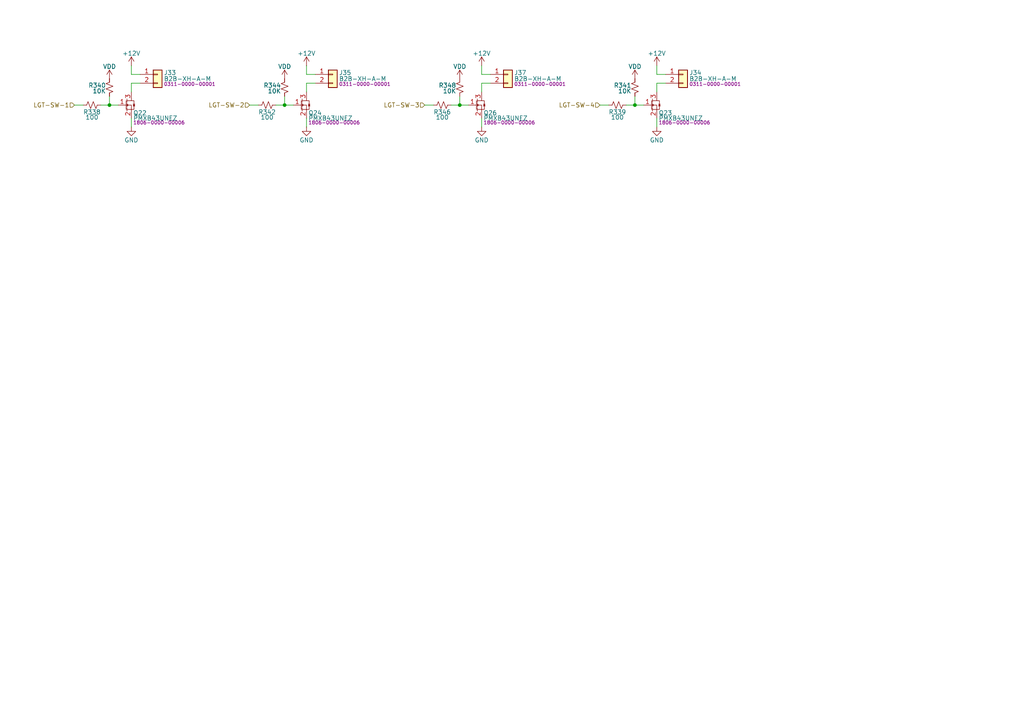
<source format=kicad_sch>
(kicad_sch
	(version 20250114)
	(generator "eeschema")
	(generator_version "9.0")
	(uuid "10fc500d-61bb-402a-9b5f-b0223ba45840")
	(paper "A4")
	(title_block
		(title "Benchy Motherboard AM625 - Lighting Switched Channels")
		(rev "REV1")
		(company "Daxxn Industries")
		(comment 4 "Small net labels (≤0.65) are for clarity and do not connect to other nets.")
	)
	(lib_symbols
		(symbol "DX_Connector_JST:B2B-XH-A-M"
			(pin_names
				(offset 1.016)
				(hide yes)
			)
			(exclude_from_sim no)
			(in_bom yes)
			(on_board yes)
			(property "Reference" "J"
				(at 1.778 0.508 0)
				(effects
					(font
						(size 1.27 1.27)
					)
					(justify left)
				)
			)
			(property "Value" "B2B-XH-A-M"
				(at 1.778 -1.27 0)
				(effects
					(font
						(size 1.27 1.27)
					)
					(justify left)
				)
			)
			(property "Footprint" "Daxxn_Connectors_JST:B2B-XH-A"
				(at 0 5.588 0)
				(effects
					(font
						(size 1.27 1.27)
					)
					(hide yes)
				)
			)
			(property "Datasheet" "${DATASHEETS}/eXH.pdf"
				(at 0 2.54 0)
				(effects
					(font
						(size 1.27 1.27)
					)
					(hide yes)
				)
			)
			(property "Description" "CONN HEADER VERT 2POS 2.5MM"
				(at 0 4.064 0)
				(effects
					(font
						(size 1.27 1.27)
					)
					(hide yes)
				)
			)
			(property "PartNumber" "0311-0000-00001"
				(at 1.778 -2.794 0)
				(effects
					(font
						(size 1 1)
					)
					(justify left)
				)
			)
			(property "ki_keywords" "connector jst xh 2pin"
				(at 0 0 0)
				(effects
					(font
						(size 1.27 1.27)
					)
					(hide yes)
				)
			)
			(property "ki_fp_filters" "Connector*:*_1x??_*"
				(at 0 0 0)
				(effects
					(font
						(size 1.27 1.27)
					)
					(hide yes)
				)
			)
			(symbol "B2B-XH-A-M_1_1"
				(rectangle
					(start -1.27 1.27)
					(end 1.27 -3.81)
					(stroke
						(width 0.254)
						(type default)
					)
					(fill
						(type background)
					)
				)
				(rectangle
					(start -1.27 0.127)
					(end 0 -0.127)
					(stroke
						(width 0.1524)
						(type default)
					)
					(fill
						(type none)
					)
				)
				(rectangle
					(start -1.27 -2.413)
					(end 0 -2.667)
					(stroke
						(width 0.1524)
						(type default)
					)
					(fill
						(type none)
					)
				)
				(pin passive line
					(at -5.08 0 0)
					(length 3.81)
					(name "Pin_1"
						(effects
							(font
								(size 1.27 1.27)
							)
						)
					)
					(number "1"
						(effects
							(font
								(size 1.27 1.27)
							)
						)
					)
				)
				(pin passive line
					(at -5.08 -2.54 0)
					(length 3.81)
					(name "Pin_2"
						(effects
							(font
								(size 1.27 1.27)
							)
						)
					)
					(number "2"
						(effects
							(font
								(size 1.27 1.27)
							)
						)
					)
				)
			)
			(embedded_fonts no)
		)
		(symbol "DX_Resistor:RC0402JR-07100RL"
			(pin_numbers
				(hide yes)
			)
			(pin_names
				(offset 0.254)
				(hide yes)
			)
			(exclude_from_sim no)
			(in_bom yes)
			(on_board yes)
			(property "Reference" "R"
				(at 1.016 0.635 0)
				(effects
					(font
						(size 1.27 1.27)
					)
					(justify left)
				)
			)
			(property "Value" "100"
				(at 1.016 -1.016 0)
				(effects
					(font
						(size 1.27 1.27)
					)
					(justify left)
				)
			)
			(property "Footprint" "Daxxn_Standard_Resistors:RES_0402"
				(at 0 5.334 0)
				(effects
					(font
						(size 1.27 1.27)
					)
					(hide yes)
				)
			)
			(property "Datasheet" "${DATASHEETS}/RC-Series.pdf"
				(at 0 6.35 0)
				(effects
					(font
						(size 1.27 1.27)
					)
					(hide yes)
				)
			)
			(property "Description" "RES 100 OHM 5% 1/16W 0402"
				(at 0 3.81 0)
				(effects
					(font
						(size 1.27 1.27)
					)
					(hide yes)
				)
			)
			(property "PartNumber" "0204-0000-00011"
				(at 0 7.874 0)
				(effects
					(font
						(size 1.27 1.27)
					)
					(hide yes)
				)
			)
			(property "ki_keywords" "r resistor daxxn"
				(at 0 0 0)
				(effects
					(font
						(size 1.27 1.27)
					)
					(hide yes)
				)
			)
			(property "ki_fp_filters" "R_*"
				(at 0 0 0)
				(effects
					(font
						(size 1.27 1.27)
					)
					(hide yes)
				)
			)
			(symbol "RC0402JR-07100RL_1_1"
				(polyline
					(pts
						(xy 0 1.524) (xy 1.016 1.143) (xy 0 0.762) (xy -1.016 0.381) (xy 0 0)
					)
					(stroke
						(width 0)
						(type default)
					)
					(fill
						(type none)
					)
				)
				(polyline
					(pts
						(xy 0 0) (xy 1.016 -0.381) (xy 0 -0.762) (xy -1.016 -1.143) (xy 0 -1.524)
					)
					(stroke
						(width 0)
						(type default)
					)
					(fill
						(type none)
					)
				)
				(pin passive line
					(at 0 2.54 270)
					(length 1.016)
					(name "~"
						(effects
							(font
								(size 1.27 1.27)
							)
						)
					)
					(number "1"
						(effects
							(font
								(size 1.27 1.27)
							)
						)
					)
				)
				(pin passive line
					(at 0 -2.54 90)
					(length 1.016)
					(name "~"
						(effects
							(font
								(size 1.27 1.27)
							)
						)
					)
					(number "2"
						(effects
							(font
								(size 1.27 1.27)
							)
						)
					)
				)
			)
			(embedded_fonts no)
		)
		(symbol "DX_Resistor:RC0402JR-0710KL"
			(pin_numbers
				(hide yes)
			)
			(pin_names
				(offset 0.254)
				(hide yes)
			)
			(exclude_from_sim no)
			(in_bom yes)
			(on_board yes)
			(property "Reference" "R"
				(at 1.016 0.635 0)
				(effects
					(font
						(size 1.27 1.27)
					)
					(justify left)
				)
			)
			(property "Value" "10K"
				(at 1.016 -1.016 0)
				(effects
					(font
						(size 1.27 1.27)
					)
					(justify left)
				)
			)
			(property "Footprint" "Daxxn_Standard_Resistors:RES_0402"
				(at 0 5.334 0)
				(effects
					(font
						(size 1.27 1.27)
					)
					(hide yes)
				)
			)
			(property "Datasheet" "${DATASHEETS}/RC-Series.pdf"
				(at 0 6.35 0)
				(effects
					(font
						(size 1.27 1.27)
					)
					(hide yes)
				)
			)
			(property "Description" "RES 10K OHM 5% 1/16W 0402"
				(at 0 3.81 0)
				(effects
					(font
						(size 1.27 1.27)
					)
					(hide yes)
				)
			)
			(property "PartNumber" "0204-0000-00016"
				(at 0 8.128 0)
				(effects
					(font
						(size 1.27 1.27)
					)
					(hide yes)
				)
			)
			(property "ki_keywords" "r resistor daxxn"
				(at 0 0 0)
				(effects
					(font
						(size 1.27 1.27)
					)
					(hide yes)
				)
			)
			(property "ki_fp_filters" "R_*"
				(at 0 0 0)
				(effects
					(font
						(size 1.27 1.27)
					)
					(hide yes)
				)
			)
			(symbol "RC0402JR-0710KL_1_1"
				(polyline
					(pts
						(xy 0 1.524) (xy 1.016 1.143) (xy 0 0.762) (xy -1.016 0.381) (xy 0 0)
					)
					(stroke
						(width 0)
						(type default)
					)
					(fill
						(type none)
					)
				)
				(polyline
					(pts
						(xy 0 0) (xy 1.016 -0.381) (xy 0 -0.762) (xy -1.016 -1.143) (xy 0 -1.524)
					)
					(stroke
						(width 0)
						(type default)
					)
					(fill
						(type none)
					)
				)
				(pin passive line
					(at 0 2.54 270)
					(length 1.016)
					(name "~"
						(effects
							(font
								(size 1.27 1.27)
							)
						)
					)
					(number "1"
						(effects
							(font
								(size 1.27 1.27)
							)
						)
					)
				)
				(pin passive line
					(at 0 -2.54 90)
					(length 1.016)
					(name "~"
						(effects
							(font
								(size 1.27 1.27)
							)
						)
					)
					(number "2"
						(effects
							(font
								(size 1.27 1.27)
							)
						)
					)
				)
			)
			(embedded_fonts no)
		)
		(symbol "DX_Transistor_MOSFET:PMXB43UNEZ"
			(exclude_from_sim no)
			(in_bom yes)
			(on_board yes)
			(property "Reference" "Q"
				(at 2.794 1.778 0)
				(effects
					(font
						(size 1.27 1.27)
					)
					(justify left)
				)
			)
			(property "Value" "PMXB43UNEZ"
				(at 2.794 0 0)
				(effects
					(font
						(size 1.27 1.27)
					)
					(justify left)
				)
			)
			(property "Footprint" "Daxxn_Packages:DFN1010D-3"
				(at 1.27 8.382 0)
				(effects
					(font
						(size 1.27 1.27)
					)
					(hide yes)
				)
			)
			(property "Datasheet" "%LOCAL_DATASHEETS%/PMXB43UNE.pdf"
				(at 1.27 5.842 0)
				(effects
					(font
						(size 1.27 1.27)
					)
					(hide yes)
				)
			)
			(property "Description" "N-Channel 20 V 3.2A (Ta) 400mW (Ta), 8.33W (Tc) Surface Mount DFN1010D-3"
				(at 0 7.112 0)
				(effects
					(font
						(size 1.27 1.27)
					)
					(hide yes)
				)
			)
			(property "PartNumber" "1806-0000-00006"
				(at 2.794 -1.524 0)
				(effects
					(font
						(size 1 1)
					)
					(justify left)
				)
			)
			(property "ki_keywords" "n-ch mosfet fet"
				(at 0 0 0)
				(effects
					(font
						(size 1.27 1.27)
					)
					(hide yes)
				)
			)
			(symbol "PMXB43UNEZ_0_0"
				(pin input line
					(at -2.54 0 0)
					(length 2.25)
					(name "G"
						(effects
							(font
								(size 0 0)
							)
						)
					)
					(number "1"
						(effects
							(font
								(size 1.27 1.27)
							)
						)
					)
				)
				(pin bidirectional line
					(at 1.27 3.81 270)
					(length 2.54)
					(name "D"
						(effects
							(font
								(size 0 0)
							)
						)
					)
					(number "3"
						(effects
							(font
								(size 1.27 1.27)
							)
						)
					)
				)
				(pin bidirectional line
					(at 1.27 -3.81 90)
					(length 2.54)
					(name "S"
						(effects
							(font
								(size 0 0)
							)
						)
					)
					(number "2"
						(effects
							(font
								(size 1.27 1.27)
							)
						)
					)
				)
			)
			(symbol "PMXB43UNEZ_0_1"
				(polyline
					(pts
						(xy -0.254 -1.27) (xy -0.254 1.27)
					)
					(stroke
						(width 0)
						(type default)
					)
					(fill
						(type none)
					)
				)
				(polyline
					(pts
						(xy 0 1.778) (xy 0 0.762)
					)
					(stroke
						(width 0)
						(type default)
					)
					(fill
						(type none)
					)
				)
				(polyline
					(pts
						(xy 0 1.27) (xy 1.27 1.27) (xy 1.27 1.27)
					)
					(stroke
						(width 0)
						(type default)
					)
					(fill
						(type none)
					)
				)
				(polyline
					(pts
						(xy 0 0) (xy 0.254 0.254) (xy 0.254 -0.254) (xy 0 0)
					)
					(stroke
						(width 0)
						(type default)
					)
					(fill
						(type none)
					)
				)
				(polyline
					(pts
						(xy 0 -0.508) (xy 0 0.508)
					)
					(stroke
						(width 0)
						(type default)
					)
					(fill
						(type none)
					)
				)
				(polyline
					(pts
						(xy 0 -1.27) (xy 1.27 -1.27) (xy 1.27 -1.27)
					)
					(stroke
						(width 0)
						(type default)
					)
					(fill
						(type none)
					)
				)
				(polyline
					(pts
						(xy 0 -1.778) (xy 0 -0.762)
					)
					(stroke
						(width 0)
						(type default)
					)
					(fill
						(type none)
					)
				)
				(polyline
					(pts
						(xy 1.27 -1.27) (xy 1.27 0) (xy 0 0)
					)
					(stroke
						(width 0)
						(type default)
					)
					(fill
						(type none)
					)
				)
				(polyline
					(pts
						(xy 1.27 -1.27) (xy 2.032 -1.27) (xy 2.032 1.27) (xy 1.27 1.27)
					)
					(stroke
						(width 0)
						(type default)
					)
					(fill
						(type none)
					)
				)
				(polyline
					(pts
						(xy 1.778 0.254) (xy 2.286 0.254)
					)
					(stroke
						(width 0)
						(type default)
					)
					(fill
						(type none)
					)
				)
				(polyline
					(pts
						(xy 2.032 0.254) (xy 1.778 -0.254) (xy 2.286 -0.254) (xy 2.032 0.254)
					)
					(stroke
						(width 0)
						(type default)
					)
					(fill
						(type outline)
					)
				)
			)
			(embedded_fonts no)
		)
		(symbol "power:+12V"
			(power)
			(pin_numbers
				(hide yes)
			)
			(pin_names
				(offset 0)
				(hide yes)
			)
			(exclude_from_sim no)
			(in_bom yes)
			(on_board yes)
			(property "Reference" "#PWR"
				(at 0 -3.81 0)
				(effects
					(font
						(size 1.27 1.27)
					)
					(hide yes)
				)
			)
			(property "Value" "+12V"
				(at 0 3.556 0)
				(effects
					(font
						(size 1.27 1.27)
					)
				)
			)
			(property "Footprint" ""
				(at 0 0 0)
				(effects
					(font
						(size 1.27 1.27)
					)
					(hide yes)
				)
			)
			(property "Datasheet" ""
				(at 0 0 0)
				(effects
					(font
						(size 1.27 1.27)
					)
					(hide yes)
				)
			)
			(property "Description" "Power symbol creates a global label with name \"+12V\""
				(at 0 0 0)
				(effects
					(font
						(size 1.27 1.27)
					)
					(hide yes)
				)
			)
			(property "ki_keywords" "global power"
				(at 0 0 0)
				(effects
					(font
						(size 1.27 1.27)
					)
					(hide yes)
				)
			)
			(symbol "+12V_0_1"
				(polyline
					(pts
						(xy -0.762 1.27) (xy 0 2.54)
					)
					(stroke
						(width 0)
						(type default)
					)
					(fill
						(type none)
					)
				)
				(polyline
					(pts
						(xy 0 2.54) (xy 0.762 1.27)
					)
					(stroke
						(width 0)
						(type default)
					)
					(fill
						(type none)
					)
				)
				(polyline
					(pts
						(xy 0 0) (xy 0 2.54)
					)
					(stroke
						(width 0)
						(type default)
					)
					(fill
						(type none)
					)
				)
			)
			(symbol "+12V_1_1"
				(pin power_in line
					(at 0 0 90)
					(length 0)
					(name "~"
						(effects
							(font
								(size 1.27 1.27)
							)
						)
					)
					(number "1"
						(effects
							(font
								(size 1.27 1.27)
							)
						)
					)
				)
			)
			(embedded_fonts no)
		)
		(symbol "power:GND"
			(power)
			(pin_numbers
				(hide yes)
			)
			(pin_names
				(offset 0)
				(hide yes)
			)
			(exclude_from_sim no)
			(in_bom yes)
			(on_board yes)
			(property "Reference" "#PWR"
				(at 0 -6.35 0)
				(effects
					(font
						(size 1.27 1.27)
					)
					(hide yes)
				)
			)
			(property "Value" "GND"
				(at 0 -3.81 0)
				(effects
					(font
						(size 1.27 1.27)
					)
				)
			)
			(property "Footprint" ""
				(at 0 0 0)
				(effects
					(font
						(size 1.27 1.27)
					)
					(hide yes)
				)
			)
			(property "Datasheet" ""
				(at 0 0 0)
				(effects
					(font
						(size 1.27 1.27)
					)
					(hide yes)
				)
			)
			(property "Description" "Power symbol creates a global label with name \"GND\" , ground"
				(at 0 0 0)
				(effects
					(font
						(size 1.27 1.27)
					)
					(hide yes)
				)
			)
			(property "ki_keywords" "global power"
				(at 0 0 0)
				(effects
					(font
						(size 1.27 1.27)
					)
					(hide yes)
				)
			)
			(symbol "GND_0_1"
				(polyline
					(pts
						(xy 0 0) (xy 0 -1.27) (xy 1.27 -1.27) (xy 0 -2.54) (xy -1.27 -1.27) (xy 0 -1.27)
					)
					(stroke
						(width 0)
						(type default)
					)
					(fill
						(type none)
					)
				)
			)
			(symbol "GND_1_1"
				(pin power_in line
					(at 0 0 270)
					(length 0)
					(name "~"
						(effects
							(font
								(size 1.27 1.27)
							)
						)
					)
					(number "1"
						(effects
							(font
								(size 1.27 1.27)
							)
						)
					)
				)
			)
			(embedded_fonts no)
		)
		(symbol "power:VDD"
			(power)
			(pin_numbers
				(hide yes)
			)
			(pin_names
				(offset 0)
				(hide yes)
			)
			(exclude_from_sim no)
			(in_bom yes)
			(on_board yes)
			(property "Reference" "#PWR"
				(at 0 -3.81 0)
				(effects
					(font
						(size 1.27 1.27)
					)
					(hide yes)
				)
			)
			(property "Value" "VDD"
				(at 0 3.556 0)
				(effects
					(font
						(size 1.27 1.27)
					)
				)
			)
			(property "Footprint" ""
				(at 0 0 0)
				(effects
					(font
						(size 1.27 1.27)
					)
					(hide yes)
				)
			)
			(property "Datasheet" ""
				(at 0 0 0)
				(effects
					(font
						(size 1.27 1.27)
					)
					(hide yes)
				)
			)
			(property "Description" "Power symbol creates a global label with name \"VDD\""
				(at 0 0 0)
				(effects
					(font
						(size 1.27 1.27)
					)
					(hide yes)
				)
			)
			(property "ki_keywords" "global power"
				(at 0 0 0)
				(effects
					(font
						(size 1.27 1.27)
					)
					(hide yes)
				)
			)
			(symbol "VDD_0_1"
				(polyline
					(pts
						(xy -0.762 1.27) (xy 0 2.54)
					)
					(stroke
						(width 0)
						(type default)
					)
					(fill
						(type none)
					)
				)
				(polyline
					(pts
						(xy 0 2.54) (xy 0.762 1.27)
					)
					(stroke
						(width 0)
						(type default)
					)
					(fill
						(type none)
					)
				)
				(polyline
					(pts
						(xy 0 0) (xy 0 2.54)
					)
					(stroke
						(width 0)
						(type default)
					)
					(fill
						(type none)
					)
				)
			)
			(symbol "VDD_1_1"
				(pin power_in line
					(at 0 0 90)
					(length 0)
					(name "~"
						(effects
							(font
								(size 1.27 1.27)
							)
						)
					)
					(number "1"
						(effects
							(font
								(size 1.27 1.27)
							)
						)
					)
				)
			)
			(embedded_fonts no)
		)
	)
	(junction
		(at 133.35 30.48)
		(diameter 0)
		(color 0 0 0 0)
		(uuid "2f244ca9-6666-44eb-933b-18ecc3aa2dd1")
	)
	(junction
		(at 184.15 30.48)
		(diameter 0)
		(color 0 0 0 0)
		(uuid "5954cc8e-d264-4622-ba59-4df8b290e8c1")
	)
	(junction
		(at 82.55 30.48)
		(diameter 0)
		(color 0 0 0 0)
		(uuid "9ed56dba-e4e0-41fb-abb9-1d37aa2193fb")
	)
	(junction
		(at 31.75 30.48)
		(diameter 0)
		(color 0 0 0 0)
		(uuid "f3609a0f-88d5-4eaf-bd35-f3fd17561b3e")
	)
	(wire
		(pts
			(xy 190.5 24.13) (xy 193.04 24.13)
		)
		(stroke
			(width 0)
			(type default)
		)
		(uuid "08cdf048-021f-4ba4-b8d4-e1c47d545895")
	)
	(wire
		(pts
			(xy 21.59 30.48) (xy 24.13 30.48)
		)
		(stroke
			(width 0)
			(type default)
		)
		(uuid "0eea119c-15b6-4b8f-81be-72a6f01c239e")
	)
	(wire
		(pts
			(xy 133.35 27.94) (xy 133.35 30.48)
		)
		(stroke
			(width 0)
			(type default)
		)
		(uuid "1e1b8508-433d-4a63-9b36-f5fe75cf82f3")
	)
	(wire
		(pts
			(xy 139.7 34.29) (xy 139.7 36.83)
		)
		(stroke
			(width 0)
			(type default)
		)
		(uuid "1f8ad507-b02f-414b-bad5-4f8bb54bb23b")
	)
	(wire
		(pts
			(xy 184.15 27.94) (xy 184.15 30.48)
		)
		(stroke
			(width 0)
			(type default)
		)
		(uuid "21838daa-61dd-443c-9731-334c660e9091")
	)
	(wire
		(pts
			(xy 173.99 30.48) (xy 176.53 30.48)
		)
		(stroke
			(width 0)
			(type default)
		)
		(uuid "2c99b172-ade3-4831-9145-c9bbb0487b20")
	)
	(wire
		(pts
			(xy 82.55 27.94) (xy 82.55 30.48)
		)
		(stroke
			(width 0)
			(type default)
		)
		(uuid "319fb27b-d719-42fc-b62f-98aeeb2c59d3")
	)
	(wire
		(pts
			(xy 139.7 19.05) (xy 139.7 21.59)
		)
		(stroke
			(width 0)
			(type default)
		)
		(uuid "3759cf3b-912f-4297-9e79-9cb4beb54673")
	)
	(wire
		(pts
			(xy 139.7 26.67) (xy 139.7 24.13)
		)
		(stroke
			(width 0)
			(type default)
		)
		(uuid "4116cb05-d25f-4dd4-947f-faee8bb75a06")
	)
	(wire
		(pts
			(xy 88.9 26.67) (xy 88.9 24.13)
		)
		(stroke
			(width 0)
			(type default)
		)
		(uuid "593015e5-18e2-4546-ba3d-821f422e1c9b")
	)
	(wire
		(pts
			(xy 184.15 30.48) (xy 186.69 30.48)
		)
		(stroke
			(width 0)
			(type default)
		)
		(uuid "5bc76d99-799e-4fae-8d0e-dccf0bdb33ee")
	)
	(wire
		(pts
			(xy 38.1 19.05) (xy 38.1 21.59)
		)
		(stroke
			(width 0)
			(type default)
		)
		(uuid "61885c6f-fce2-4d13-ab5b-61f130a51c3c")
	)
	(wire
		(pts
			(xy 38.1 24.13) (xy 40.64 24.13)
		)
		(stroke
			(width 0)
			(type default)
		)
		(uuid "62c8031c-b23b-43e2-a1fb-c873514c3e51")
	)
	(wire
		(pts
			(xy 31.75 30.48) (xy 34.29 30.48)
		)
		(stroke
			(width 0)
			(type default)
		)
		(uuid "6efdbe80-e4aa-4dcc-b1fd-f5f3725e5d63")
	)
	(wire
		(pts
			(xy 139.7 24.13) (xy 142.24 24.13)
		)
		(stroke
			(width 0)
			(type default)
		)
		(uuid "75665195-a8e1-46be-ab09-90dae074636e")
	)
	(wire
		(pts
			(xy 130.81 30.48) (xy 133.35 30.48)
		)
		(stroke
			(width 0)
			(type default)
		)
		(uuid "7a08b783-fc36-46d6-8881-a16807424b24")
	)
	(wire
		(pts
			(xy 142.24 21.59) (xy 139.7 21.59)
		)
		(stroke
			(width 0)
			(type default)
		)
		(uuid "82fa299f-d069-4b0c-97f8-a681d97ed2bf")
	)
	(wire
		(pts
			(xy 88.9 24.13) (xy 91.44 24.13)
		)
		(stroke
			(width 0)
			(type default)
		)
		(uuid "8dc1077a-68db-4af8-b5c3-bb67365561b3")
	)
	(wire
		(pts
			(xy 190.5 19.05) (xy 190.5 21.59)
		)
		(stroke
			(width 0)
			(type default)
		)
		(uuid "8e378606-f2c5-4e9d-92ae-c337b38c72d6")
	)
	(wire
		(pts
			(xy 40.64 21.59) (xy 38.1 21.59)
		)
		(stroke
			(width 0)
			(type default)
		)
		(uuid "9566d92b-5b7a-42c2-a4e0-12616b025e1e")
	)
	(wire
		(pts
			(xy 193.04 21.59) (xy 190.5 21.59)
		)
		(stroke
			(width 0)
			(type default)
		)
		(uuid "98c66dac-87e8-4cc7-9070-c7972b7275e1")
	)
	(wire
		(pts
			(xy 80.01 30.48) (xy 82.55 30.48)
		)
		(stroke
			(width 0)
			(type default)
		)
		(uuid "a2029f96-ab95-45ea-b0e5-ea72ee7ea5cc")
	)
	(wire
		(pts
			(xy 72.39 30.48) (xy 74.93 30.48)
		)
		(stroke
			(width 0)
			(type default)
		)
		(uuid "b30fec8a-6e1d-425d-9ce6-e2c6fbbaea88")
	)
	(wire
		(pts
			(xy 91.44 21.59) (xy 88.9 21.59)
		)
		(stroke
			(width 0)
			(type default)
		)
		(uuid "b575e4dd-066a-4449-b586-e9267fe4faf5")
	)
	(wire
		(pts
			(xy 29.21 30.48) (xy 31.75 30.48)
		)
		(stroke
			(width 0)
			(type default)
		)
		(uuid "be5c4204-8c6d-4884-995d-a2181f432483")
	)
	(wire
		(pts
			(xy 123.19 30.48) (xy 125.73 30.48)
		)
		(stroke
			(width 0)
			(type default)
		)
		(uuid "c0dd7efa-c290-41f0-a5e3-8887b3c854be")
	)
	(wire
		(pts
			(xy 190.5 34.29) (xy 190.5 36.83)
		)
		(stroke
			(width 0)
			(type default)
		)
		(uuid "c95e4ce2-07e9-42ed-b13c-5b1ee95af737")
	)
	(wire
		(pts
			(xy 82.55 30.48) (xy 85.09 30.48)
		)
		(stroke
			(width 0)
			(type default)
		)
		(uuid "cd90b6be-d884-4c82-968d-a655f1fd29b7")
	)
	(wire
		(pts
			(xy 38.1 26.67) (xy 38.1 24.13)
		)
		(stroke
			(width 0)
			(type default)
		)
		(uuid "cea80df7-7b38-4e31-922e-546072421911")
	)
	(wire
		(pts
			(xy 133.35 30.48) (xy 135.89 30.48)
		)
		(stroke
			(width 0)
			(type default)
		)
		(uuid "cefdd27f-c864-4263-8c1f-12a8e45099f8")
	)
	(wire
		(pts
			(xy 181.61 30.48) (xy 184.15 30.48)
		)
		(stroke
			(width 0)
			(type default)
		)
		(uuid "e4dccd47-a8bb-41d4-8bb5-894b3d2481d3")
	)
	(wire
		(pts
			(xy 38.1 34.29) (xy 38.1 36.83)
		)
		(stroke
			(width 0)
			(type default)
		)
		(uuid "e71f6d37-7f26-499f-9b1b-65149b6ffd15")
	)
	(wire
		(pts
			(xy 31.75 27.94) (xy 31.75 30.48)
		)
		(stroke
			(width 0)
			(type default)
		)
		(uuid "f61e8c0b-26b2-48d3-8122-27072e9342a6")
	)
	(wire
		(pts
			(xy 88.9 19.05) (xy 88.9 21.59)
		)
		(stroke
			(width 0)
			(type default)
		)
		(uuid "f91d2f74-041b-47cc-b2f8-898d034d16e8")
	)
	(wire
		(pts
			(xy 190.5 26.67) (xy 190.5 24.13)
		)
		(stroke
			(width 0)
			(type default)
		)
		(uuid "fdb870b5-a6d3-4839-af0b-1bac3bfc2c23")
	)
	(wire
		(pts
			(xy 88.9 34.29) (xy 88.9 36.83)
		)
		(stroke
			(width 0)
			(type default)
		)
		(uuid "fea99471-9cce-48e1-8c92-0965780c71b5")
	)
	(hierarchical_label "LGT-SW-1"
		(shape input)
		(at 21.59 30.48 180)
		(effects
			(font
				(size 1.27 1.27)
			)
			(justify right)
		)
		(uuid "12c401a6-86a5-4ab1-aaf8-33f1d5cc5fa6")
	)
	(hierarchical_label "LGT-SW-3"
		(shape input)
		(at 123.19 30.48 180)
		(effects
			(font
				(size 1.27 1.27)
			)
			(justify right)
		)
		(uuid "80d48522-de25-4f63-a80f-a84014cbc50d")
	)
	(hierarchical_label "LGT-SW-4"
		(shape input)
		(at 173.99 30.48 180)
		(effects
			(font
				(size 1.27 1.27)
			)
			(justify right)
		)
		(uuid "b315e268-f31e-4739-a1c1-96a1249fb30d")
	)
	(hierarchical_label "LGT-SW-2"
		(shape input)
		(at 72.39 30.48 180)
		(effects
			(font
				(size 1.27 1.27)
			)
			(justify right)
		)
		(uuid "f1c3a29d-1aed-42ea-ab8a-b338a2895880")
	)
	(symbol
		(lib_id "DX_Resistor:RC0402JR-0710KL")
		(at 31.75 25.4 0)
		(mirror y)
		(unit 1)
		(exclude_from_sim no)
		(in_bom yes)
		(on_board yes)
		(dnp no)
		(uuid "05b9696b-e229-47f1-b9a9-5477b5506648")
		(property "Reference" "R340"
			(at 30.734 24.765 0)
			(effects
				(font
					(size 1.27 1.27)
				)
				(justify left)
			)
		)
		(property "Value" "10K"
			(at 30.734 26.416 0)
			(effects
				(font
					(size 1.27 1.27)
				)
				(justify left)
			)
		)
		(property "Footprint" "Daxxn_Standard_Resistors:RES_0402"
			(at 31.75 20.066 0)
			(effects
				(font
					(size 1.27 1.27)
				)
				(hide yes)
			)
		)
		(property "Datasheet" "${DATASHEETS}/RC-Series.pdf"
			(at 31.75 19.05 0)
			(effects
				(font
					(size 1.27 1.27)
				)
				(hide yes)
			)
		)
		(property "Description" "RES 10K OHM 5% 1/16W 0402"
			(at 31.75 21.59 0)
			(effects
				(font
					(size 1.27 1.27)
				)
				(hide yes)
			)
		)
		(property "PartNumber" "0204-0000-00016"
			(at 31.75 17.272 0)
			(effects
				(font
					(size 1.27 1.27)
				)
				(hide yes)
			)
		)
		(pin "2"
			(uuid "8c1cebca-8c9b-45c9-9a13-af3e59a336d9")
		)
		(pin "1"
			(uuid "316c81c4-eae2-470b-a5ef-4ce690955e62")
		)
		(instances
			(project "BenchyMotherBoard-AM625"
				(path "/7184a1e6-58da-49c8-8a6c-ea31385ec956/8494b7c1-cb3d-49c1-ba37-1630d97ce06f/ddea3556-7e4b-492d-86e7-264e6fcb610e"
					(reference "R340")
					(unit 1)
				)
			)
		)
	)
	(symbol
		(lib_id "DX_Transistor_MOSFET:PMXB43UNEZ")
		(at 87.63 30.48 0)
		(unit 1)
		(exclude_from_sim no)
		(in_bom yes)
		(on_board yes)
		(dnp no)
		(uuid "05f4971e-a42b-41d1-96d4-2d2284f30b1f")
		(property "Reference" "Q24"
			(at 89.408 32.766 0)
			(effects
				(font
					(size 1.27 1.27)
				)
				(justify left)
			)
		)
		(property "Value" "PMXB43UNEZ"
			(at 89.408 34.29 0)
			(effects
				(font
					(size 1.27 1.27)
				)
				(justify left)
			)
		)
		(property "Footprint" "Daxxn_Packages:DFN1010D-3"
			(at 88.9 22.098 0)
			(effects
				(font
					(size 1.27 1.27)
				)
				(hide yes)
			)
		)
		(property "Datasheet" "%LOCAL_DATASHEETS%/PMXB43UNE.pdf"
			(at 88.9 24.638 0)
			(effects
				(font
					(size 1.27 1.27)
				)
				(hide yes)
			)
		)
		(property "Description" "N-Channel 20 V 3.2A (Ta) 400mW (Ta), 8.33W (Tc) Surface Mount DFN1010D-3"
			(at 87.63 23.368 0)
			(effects
				(font
					(size 1.27 1.27)
				)
				(hide yes)
			)
		)
		(property "PartNumber" "1806-0000-00006"
			(at 89.408 35.56 0)
			(effects
				(font
					(size 1 1)
				)
				(justify left)
			)
		)
		(pin "3"
			(uuid "8c83229a-497a-4591-825c-53de172c1815")
		)
		(pin "1"
			(uuid "cccd83f3-2052-48c9-84e6-94044663778c")
		)
		(pin "2"
			(uuid "4df6e047-7f67-4a95-b949-225402005ca1")
		)
		(instances
			(project "BenchyMotherBoard-AM625"
				(path "/7184a1e6-58da-49c8-8a6c-ea31385ec956/8494b7c1-cb3d-49c1-ba37-1630d97ce06f/ddea3556-7e4b-492d-86e7-264e6fcb610e"
					(reference "Q24")
					(unit 1)
				)
			)
		)
	)
	(symbol
		(lib_id "power:+12V")
		(at 88.9 19.05 0)
		(unit 1)
		(exclude_from_sim no)
		(in_bom yes)
		(on_board yes)
		(dnp no)
		(uuid "1bbe643d-679e-4f87-84ad-b5da66f2fe13")
		(property "Reference" "#PWR0543"
			(at 88.9 22.86 0)
			(effects
				(font
					(size 1.27 1.27)
				)
				(hide yes)
			)
		)
		(property "Value" "+12V"
			(at 88.9 15.494 0)
			(effects
				(font
					(size 1.27 1.27)
				)
			)
		)
		(property "Footprint" ""
			(at 88.9 19.05 0)
			(effects
				(font
					(size 1.27 1.27)
				)
				(hide yes)
			)
		)
		(property "Datasheet" ""
			(at 88.9 19.05 0)
			(effects
				(font
					(size 1.27 1.27)
				)
				(hide yes)
			)
		)
		(property "Description" "Power symbol creates a global label with name \"+12V\""
			(at 88.9 19.05 0)
			(effects
				(font
					(size 1.27 1.27)
				)
				(hide yes)
			)
		)
		(pin "1"
			(uuid "50f80ccc-7459-4978-b203-3cf4f9206da7")
		)
		(instances
			(project "BenchyMotherBoard-AM625"
				(path "/7184a1e6-58da-49c8-8a6c-ea31385ec956/8494b7c1-cb3d-49c1-ba37-1630d97ce06f/ddea3556-7e4b-492d-86e7-264e6fcb610e"
					(reference "#PWR0543")
					(unit 1)
				)
			)
		)
	)
	(symbol
		(lib_id "power:GND")
		(at 38.1 36.83 0)
		(unit 1)
		(exclude_from_sim no)
		(in_bom yes)
		(on_board yes)
		(dnp no)
		(uuid "20caece9-0451-4e8e-ae5c-4c37a26f33b6")
		(property "Reference" "#PWR0538"
			(at 38.1 43.18 0)
			(effects
				(font
					(size 1.27 1.27)
				)
				(hide yes)
			)
		)
		(property "Value" "GND"
			(at 38.1 40.64 0)
			(effects
				(font
					(size 1.27 1.27)
				)
			)
		)
		(property "Footprint" ""
			(at 38.1 36.83 0)
			(effects
				(font
					(size 1.27 1.27)
				)
				(hide yes)
			)
		)
		(property "Datasheet" ""
			(at 38.1 36.83 0)
			(effects
				(font
					(size 1.27 1.27)
				)
				(hide yes)
			)
		)
		(property "Description" "Power symbol creates a global label with name \"GND\" , ground"
			(at 38.1 36.83 0)
			(effects
				(font
					(size 1.27 1.27)
				)
				(hide yes)
			)
		)
		(pin "1"
			(uuid "5336c0cc-499c-43f6-b03e-55fa96cb20db")
		)
		(instances
			(project "BenchyMotherBoard-AM625"
				(path "/7184a1e6-58da-49c8-8a6c-ea31385ec956/8494b7c1-cb3d-49c1-ba37-1630d97ce06f/ddea3556-7e4b-492d-86e7-264e6fcb610e"
					(reference "#PWR0538")
					(unit 1)
				)
			)
		)
	)
	(symbol
		(lib_id "DX_Transistor_MOSFET:PMXB43UNEZ")
		(at 138.43 30.48 0)
		(unit 1)
		(exclude_from_sim no)
		(in_bom yes)
		(on_board yes)
		(dnp no)
		(uuid "2f8437f2-e38c-4eb2-8b4a-5f6aa43555a2")
		(property "Reference" "Q26"
			(at 140.208 32.766 0)
			(effects
				(font
					(size 1.27 1.27)
				)
				(justify left)
			)
		)
		(property "Value" "PMXB43UNEZ"
			(at 140.208 34.29 0)
			(effects
				(font
					(size 1.27 1.27)
				)
				(justify left)
			)
		)
		(property "Footprint" "Daxxn_Packages:DFN1010D-3"
			(at 139.7 22.098 0)
			(effects
				(font
					(size 1.27 1.27)
				)
				(hide yes)
			)
		)
		(property "Datasheet" "%LOCAL_DATASHEETS%/PMXB43UNE.pdf"
			(at 139.7 24.638 0)
			(effects
				(font
					(size 1.27 1.27)
				)
				(hide yes)
			)
		)
		(property "Description" "N-Channel 20 V 3.2A (Ta) 400mW (Ta), 8.33W (Tc) Surface Mount DFN1010D-3"
			(at 138.43 23.368 0)
			(effects
				(font
					(size 1.27 1.27)
				)
				(hide yes)
			)
		)
		(property "PartNumber" "1806-0000-00006"
			(at 140.208 35.56 0)
			(effects
				(font
					(size 1 1)
				)
				(justify left)
			)
		)
		(pin "3"
			(uuid "0a6c89d0-7c83-4497-97f0-d092e9f633a9")
		)
		(pin "1"
			(uuid "43001d44-5a76-4642-a154-5af7c133e360")
		)
		(pin "2"
			(uuid "81db53c2-b74a-425d-9cf7-6f9e5a481eca")
		)
		(instances
			(project "BenchyMotherBoard-AM625"
				(path "/7184a1e6-58da-49c8-8a6c-ea31385ec956/8494b7c1-cb3d-49c1-ba37-1630d97ce06f/ddea3556-7e4b-492d-86e7-264e6fcb610e"
					(reference "Q26")
					(unit 1)
				)
			)
		)
	)
	(symbol
		(lib_id "power:VDD")
		(at 133.35 22.86 0)
		(unit 1)
		(exclude_from_sim no)
		(in_bom yes)
		(on_board yes)
		(dnp no)
		(uuid "31ed747e-974e-443d-bd97-8cc266cdf7ce")
		(property "Reference" "#PWR0547"
			(at 133.35 26.67 0)
			(effects
				(font
					(size 1.27 1.27)
				)
				(hide yes)
			)
		)
		(property "Value" "VDD"
			(at 133.35 19.304 0)
			(effects
				(font
					(size 1.27 1.27)
				)
			)
		)
		(property "Footprint" ""
			(at 133.35 22.86 0)
			(effects
				(font
					(size 1.27 1.27)
				)
				(hide yes)
			)
		)
		(property "Datasheet" ""
			(at 133.35 22.86 0)
			(effects
				(font
					(size 1.27 1.27)
				)
				(hide yes)
			)
		)
		(property "Description" "Power symbol creates a global label with name \"VDD\""
			(at 133.35 22.86 0)
			(effects
				(font
					(size 1.27 1.27)
				)
				(hide yes)
			)
		)
		(pin "1"
			(uuid "3df4668c-d89f-47ba-ac01-7ddc607405b3")
		)
		(instances
			(project "BenchyMotherBoard-AM625"
				(path "/7184a1e6-58da-49c8-8a6c-ea31385ec956/8494b7c1-cb3d-49c1-ba37-1630d97ce06f/ddea3556-7e4b-492d-86e7-264e6fcb610e"
					(reference "#PWR0547")
					(unit 1)
				)
			)
		)
	)
	(symbol
		(lib_id "DX_Connector_JST:B2B-XH-A-M")
		(at 45.72 21.59 0)
		(unit 1)
		(exclude_from_sim no)
		(in_bom yes)
		(on_board yes)
		(dnp no)
		(uuid "333b4c26-efd2-43bd-a847-453916c1b7b2")
		(property "Reference" "J33"
			(at 47.498 21.082 0)
			(effects
				(font
					(size 1.27 1.27)
				)
				(justify left)
			)
		)
		(property "Value" "B2B-XH-A-M"
			(at 47.498 22.86 0)
			(effects
				(font
					(size 1.27 1.27)
				)
				(justify left)
			)
		)
		(property "Footprint" "Daxxn_Connectors_JST:B2B-XH-A"
			(at 45.72 16.002 0)
			(effects
				(font
					(size 1.27 1.27)
				)
				(hide yes)
			)
		)
		(property "Datasheet" "${DATASHEETS}/eXH.pdf"
			(at 45.72 19.05 0)
			(effects
				(font
					(size 1.27 1.27)
				)
				(hide yes)
			)
		)
		(property "Description" "CONN HEADER VERT 2POS 2.5MM"
			(at 45.72 17.526 0)
			(effects
				(font
					(size 1.27 1.27)
				)
				(hide yes)
			)
		)
		(property "PartNumber" "0311-0000-00001"
			(at 47.498 24.384 0)
			(effects
				(font
					(size 1 1)
				)
				(justify left)
			)
		)
		(pin "1"
			(uuid "d54eaa4c-c8f5-45f4-a225-330e179a841b")
		)
		(pin "2"
			(uuid "9ef49ef1-d7e6-4e84-8072-49a1392445bb")
		)
		(instances
			(project "BenchyMotherBoard-AM625"
				(path "/7184a1e6-58da-49c8-8a6c-ea31385ec956/8494b7c1-cb3d-49c1-ba37-1630d97ce06f/ddea3556-7e4b-492d-86e7-264e6fcb610e"
					(reference "J33")
					(unit 1)
				)
			)
		)
	)
	(symbol
		(lib_id "DX_Resistor:RC0402JR-07100RL")
		(at 77.47 30.48 90)
		(unit 1)
		(exclude_from_sim no)
		(in_bom yes)
		(on_board yes)
		(dnp no)
		(uuid "4d0e3e31-b087-4264-8f7e-cfb0811e3d96")
		(property "Reference" "R342"
			(at 77.47 32.512 90)
			(effects
				(font
					(size 1.27 1.27)
				)
			)
		)
		(property "Value" "100"
			(at 77.47 34.036 90)
			(effects
				(font
					(size 1.27 1.27)
				)
			)
		)
		(property "Footprint" "Daxxn_Standard_Resistors:RES_0402"
			(at 72.136 30.48 0)
			(effects
				(font
					(size 1.27 1.27)
				)
				(hide yes)
			)
		)
		(property "Datasheet" "${DATASHEETS}/RC-Series.pdf"
			(at 71.12 30.48 0)
			(effects
				(font
					(size 1.27 1.27)
				)
				(hide yes)
			)
		)
		(property "Description" "RES 100 OHM 5% 1/16W 0402"
			(at 73.66 30.48 0)
			(effects
				(font
					(size 1.27 1.27)
				)
				(hide yes)
			)
		)
		(property "PartNumber" "0204-0000-00011"
			(at 69.596 30.48 0)
			(effects
				(font
					(size 1.27 1.27)
				)
				(hide yes)
			)
		)
		(pin "2"
			(uuid "af2b4477-6306-43cc-89ac-adb2b32a0a25")
		)
		(pin "1"
			(uuid "05e325de-d823-406d-aa7d-3ba2c82b03cb")
		)
		(instances
			(project "BenchyMotherBoard-AM625"
				(path "/7184a1e6-58da-49c8-8a6c-ea31385ec956/8494b7c1-cb3d-49c1-ba37-1630d97ce06f/ddea3556-7e4b-492d-86e7-264e6fcb610e"
					(reference "R342")
					(unit 1)
				)
			)
		)
	)
	(symbol
		(lib_id "DX_Connector_JST:B2B-XH-A-M")
		(at 96.52 21.59 0)
		(unit 1)
		(exclude_from_sim no)
		(in_bom yes)
		(on_board yes)
		(dnp no)
		(uuid "5468ab56-c24c-43a6-8b3b-7f3be61865ca")
		(property "Reference" "J35"
			(at 98.298 21.082 0)
			(effects
				(font
					(size 1.27 1.27)
				)
				(justify left)
			)
		)
		(property "Value" "B2B-XH-A-M"
			(at 98.298 22.86 0)
			(effects
				(font
					(size 1.27 1.27)
				)
				(justify left)
			)
		)
		(property "Footprint" "Daxxn_Connectors_JST:B2B-XH-A"
			(at 96.52 16.002 0)
			(effects
				(font
					(size 1.27 1.27)
				)
				(hide yes)
			)
		)
		(property "Datasheet" "${DATASHEETS}/eXH.pdf"
			(at 96.52 19.05 0)
			(effects
				(font
					(size 1.27 1.27)
				)
				(hide yes)
			)
		)
		(property "Description" "CONN HEADER VERT 2POS 2.5MM"
			(at 96.52 17.526 0)
			(effects
				(font
					(size 1.27 1.27)
				)
				(hide yes)
			)
		)
		(property "PartNumber" "0311-0000-00001"
			(at 98.298 24.384 0)
			(effects
				(font
					(size 1 1)
				)
				(justify left)
			)
		)
		(pin "1"
			(uuid "4e60a36e-244e-45af-b9eb-2618985da327")
		)
		(pin "2"
			(uuid "805333fe-d000-4bba-a95c-600e483cf8c3")
		)
		(instances
			(project "BenchyMotherBoard-AM625"
				(path "/7184a1e6-58da-49c8-8a6c-ea31385ec956/8494b7c1-cb3d-49c1-ba37-1630d97ce06f/ddea3556-7e4b-492d-86e7-264e6fcb610e"
					(reference "J35")
					(unit 1)
				)
			)
		)
	)
	(symbol
		(lib_id "DX_Resistor:RC0402JR-0710KL")
		(at 184.15 25.4 0)
		(mirror y)
		(unit 1)
		(exclude_from_sim no)
		(in_bom yes)
		(on_board yes)
		(dnp no)
		(uuid "5f004b90-178c-4856-8e8d-48f5c86da764")
		(property "Reference" "R341"
			(at 183.134 24.765 0)
			(effects
				(font
					(size 1.27 1.27)
				)
				(justify left)
			)
		)
		(property "Value" "10K"
			(at 183.134 26.416 0)
			(effects
				(font
					(size 1.27 1.27)
				)
				(justify left)
			)
		)
		(property "Footprint" "Daxxn_Standard_Resistors:RES_0402"
			(at 184.15 20.066 0)
			(effects
				(font
					(size 1.27 1.27)
				)
				(hide yes)
			)
		)
		(property "Datasheet" "${DATASHEETS}/RC-Series.pdf"
			(at 184.15 19.05 0)
			(effects
				(font
					(size 1.27 1.27)
				)
				(hide yes)
			)
		)
		(property "Description" "RES 10K OHM 5% 1/16W 0402"
			(at 184.15 21.59 0)
			(effects
				(font
					(size 1.27 1.27)
				)
				(hide yes)
			)
		)
		(property "PartNumber" "0204-0000-00016"
			(at 184.15 17.272 0)
			(effects
				(font
					(size 1.27 1.27)
				)
				(hide yes)
			)
		)
		(pin "2"
			(uuid "cfb4cb99-16ae-4009-8ee8-918fd30e4955")
		)
		(pin "1"
			(uuid "649f695e-9a85-4873-bd34-299967ae377d")
		)
		(instances
			(project "BenchyMotherBoard-AM625"
				(path "/7184a1e6-58da-49c8-8a6c-ea31385ec956/8494b7c1-cb3d-49c1-ba37-1630d97ce06f/ddea3556-7e4b-492d-86e7-264e6fcb610e"
					(reference "R341")
					(unit 1)
				)
			)
		)
	)
	(symbol
		(lib_id "power:GND")
		(at 139.7 36.83 0)
		(unit 1)
		(exclude_from_sim no)
		(in_bom yes)
		(on_board yes)
		(dnp no)
		(uuid "64cb8a5d-229a-4d7a-8655-46a21e4e19e5")
		(property "Reference" "#PWR0550"
			(at 139.7 43.18 0)
			(effects
				(font
					(size 1.27 1.27)
				)
				(hide yes)
			)
		)
		(property "Value" "GND"
			(at 139.7 40.64 0)
			(effects
				(font
					(size 1.27 1.27)
				)
			)
		)
		(property "Footprint" ""
			(at 139.7 36.83 0)
			(effects
				(font
					(size 1.27 1.27)
				)
				(hide yes)
			)
		)
		(property "Datasheet" ""
			(at 139.7 36.83 0)
			(effects
				(font
					(size 1.27 1.27)
				)
				(hide yes)
			)
		)
		(property "Description" "Power symbol creates a global label with name \"GND\" , ground"
			(at 139.7 36.83 0)
			(effects
				(font
					(size 1.27 1.27)
				)
				(hide yes)
			)
		)
		(pin "1"
			(uuid "f2992bdd-9324-4852-80b4-ad0a5ff3f39b")
		)
		(instances
			(project "BenchyMotherBoard-AM625"
				(path "/7184a1e6-58da-49c8-8a6c-ea31385ec956/8494b7c1-cb3d-49c1-ba37-1630d97ce06f/ddea3556-7e4b-492d-86e7-264e6fcb610e"
					(reference "#PWR0550")
					(unit 1)
				)
			)
		)
	)
	(symbol
		(lib_id "power:+12V")
		(at 139.7 19.05 0)
		(unit 1)
		(exclude_from_sim no)
		(in_bom yes)
		(on_board yes)
		(dnp no)
		(uuid "76319239-85dd-4a1d-8532-d8b191c33894")
		(property "Reference" "#PWR0549"
			(at 139.7 22.86 0)
			(effects
				(font
					(size 1.27 1.27)
				)
				(hide yes)
			)
		)
		(property "Value" "+12V"
			(at 139.7 15.494 0)
			(effects
				(font
					(size 1.27 1.27)
				)
			)
		)
		(property "Footprint" ""
			(at 139.7 19.05 0)
			(effects
				(font
					(size 1.27 1.27)
				)
				(hide yes)
			)
		)
		(property "Datasheet" ""
			(at 139.7 19.05 0)
			(effects
				(font
					(size 1.27 1.27)
				)
				(hide yes)
			)
		)
		(property "Description" "Power symbol creates a global label with name \"+12V\""
			(at 139.7 19.05 0)
			(effects
				(font
					(size 1.27 1.27)
				)
				(hide yes)
			)
		)
		(pin "1"
			(uuid "e5aed014-d138-4732-a16b-3fd5bfcec04c")
		)
		(instances
			(project "BenchyMotherBoard-AM625"
				(path "/7184a1e6-58da-49c8-8a6c-ea31385ec956/8494b7c1-cb3d-49c1-ba37-1630d97ce06f/ddea3556-7e4b-492d-86e7-264e6fcb610e"
					(reference "#PWR0549")
					(unit 1)
				)
			)
		)
	)
	(symbol
		(lib_id "power:+12V")
		(at 38.1 19.05 0)
		(unit 1)
		(exclude_from_sim no)
		(in_bom yes)
		(on_board yes)
		(dnp no)
		(uuid "80f40355-7506-4e52-b18a-c3e68f7bd1f7")
		(property "Reference" "#PWR0537"
			(at 38.1 22.86 0)
			(effects
				(font
					(size 1.27 1.27)
				)
				(hide yes)
			)
		)
		(property "Value" "+12V"
			(at 38.1 15.494 0)
			(effects
				(font
					(size 1.27 1.27)
				)
			)
		)
		(property "Footprint" ""
			(at 38.1 19.05 0)
			(effects
				(font
					(size 1.27 1.27)
				)
				(hide yes)
			)
		)
		(property "Datasheet" ""
			(at 38.1 19.05 0)
			(effects
				(font
					(size 1.27 1.27)
				)
				(hide yes)
			)
		)
		(property "Description" "Power symbol creates a global label with name \"+12V\""
			(at 38.1 19.05 0)
			(effects
				(font
					(size 1.27 1.27)
				)
				(hide yes)
			)
		)
		(pin "1"
			(uuid "fab858fe-db44-40dc-81ee-c485c1fa822c")
		)
		(instances
			(project "BenchyMotherBoard-AM625"
				(path "/7184a1e6-58da-49c8-8a6c-ea31385ec956/8494b7c1-cb3d-49c1-ba37-1630d97ce06f/ddea3556-7e4b-492d-86e7-264e6fcb610e"
					(reference "#PWR0537")
					(unit 1)
				)
			)
		)
	)
	(symbol
		(lib_id "power:VDD")
		(at 184.15 22.86 0)
		(unit 1)
		(exclude_from_sim no)
		(in_bom yes)
		(on_board yes)
		(dnp no)
		(uuid "849bdc14-1083-4639-a1bb-f1311d26fc55")
		(property "Reference" "#PWR0536"
			(at 184.15 26.67 0)
			(effects
				(font
					(size 1.27 1.27)
				)
				(hide yes)
			)
		)
		(property "Value" "VDD"
			(at 184.15 19.304 0)
			(effects
				(font
					(size 1.27 1.27)
				)
			)
		)
		(property "Footprint" ""
			(at 184.15 22.86 0)
			(effects
				(font
					(size 1.27 1.27)
				)
				(hide yes)
			)
		)
		(property "Datasheet" ""
			(at 184.15 22.86 0)
			(effects
				(font
					(size 1.27 1.27)
				)
				(hide yes)
			)
		)
		(property "Description" "Power symbol creates a global label with name \"VDD\""
			(at 184.15 22.86 0)
			(effects
				(font
					(size 1.27 1.27)
				)
				(hide yes)
			)
		)
		(pin "1"
			(uuid "b8acfb34-77e5-436a-a035-95f8facaf54f")
		)
		(instances
			(project "BenchyMotherBoard-AM625"
				(path "/7184a1e6-58da-49c8-8a6c-ea31385ec956/8494b7c1-cb3d-49c1-ba37-1630d97ce06f/ddea3556-7e4b-492d-86e7-264e6fcb610e"
					(reference "#PWR0536")
					(unit 1)
				)
			)
		)
	)
	(symbol
		(lib_id "power:GND")
		(at 88.9 36.83 0)
		(unit 1)
		(exclude_from_sim no)
		(in_bom yes)
		(on_board yes)
		(dnp no)
		(uuid "9dfefc77-5f1d-41d1-b1a0-e438c91b3c8d")
		(property "Reference" "#PWR0544"
			(at 88.9 43.18 0)
			(effects
				(font
					(size 1.27 1.27)
				)
				(hide yes)
			)
		)
		(property "Value" "GND"
			(at 88.9 40.64 0)
			(effects
				(font
					(size 1.27 1.27)
				)
			)
		)
		(property "Footprint" ""
			(at 88.9 36.83 0)
			(effects
				(font
					(size 1.27 1.27)
				)
				(hide yes)
			)
		)
		(property "Datasheet" ""
			(at 88.9 36.83 0)
			(effects
				(font
					(size 1.27 1.27)
				)
				(hide yes)
			)
		)
		(property "Description" "Power symbol creates a global label with name \"GND\" , ground"
			(at 88.9 36.83 0)
			(effects
				(font
					(size 1.27 1.27)
				)
				(hide yes)
			)
		)
		(pin "1"
			(uuid "74ccf764-88f7-41dd-8719-1901c51f83fd")
		)
		(instances
			(project "BenchyMotherBoard-AM625"
				(path "/7184a1e6-58da-49c8-8a6c-ea31385ec956/8494b7c1-cb3d-49c1-ba37-1630d97ce06f/ddea3556-7e4b-492d-86e7-264e6fcb610e"
					(reference "#PWR0544")
					(unit 1)
				)
			)
		)
	)
	(symbol
		(lib_id "DX_Resistor:RC0402JR-07100RL")
		(at 26.67 30.48 90)
		(unit 1)
		(exclude_from_sim no)
		(in_bom yes)
		(on_board yes)
		(dnp no)
		(uuid "9f7f2f52-f97c-492f-ab75-5aa56d795500")
		(property "Reference" "R338"
			(at 26.67 32.512 90)
			(effects
				(font
					(size 1.27 1.27)
				)
			)
		)
		(property "Value" "100"
			(at 26.67 34.036 90)
			(effects
				(font
					(size 1.27 1.27)
				)
			)
		)
		(property "Footprint" "Daxxn_Standard_Resistors:RES_0402"
			(at 21.336 30.48 0)
			(effects
				(font
					(size 1.27 1.27)
				)
				(hide yes)
			)
		)
		(property "Datasheet" "${DATASHEETS}/RC-Series.pdf"
			(at 20.32 30.48 0)
			(effects
				(font
					(size 1.27 1.27)
				)
				(hide yes)
			)
		)
		(property "Description" "RES 100 OHM 5% 1/16W 0402"
			(at 22.86 30.48 0)
			(effects
				(font
					(size 1.27 1.27)
				)
				(hide yes)
			)
		)
		(property "PartNumber" "0204-0000-00011"
			(at 18.796 30.48 0)
			(effects
				(font
					(size 1.27 1.27)
				)
				(hide yes)
			)
		)
		(pin "2"
			(uuid "9e6e4993-0cfd-4a9e-978d-eaf6af81d2f7")
		)
		(pin "1"
			(uuid "40c80988-17bc-4522-8046-ff42c9b8eb42")
		)
		(instances
			(project "BenchyMotherBoard-AM625"
				(path "/7184a1e6-58da-49c8-8a6c-ea31385ec956/8494b7c1-cb3d-49c1-ba37-1630d97ce06f/ddea3556-7e4b-492d-86e7-264e6fcb610e"
					(reference "R338")
					(unit 1)
				)
			)
		)
	)
	(symbol
		(lib_id "DX_Resistor:RC0402JR-0710KL")
		(at 133.35 25.4 0)
		(mirror y)
		(unit 1)
		(exclude_from_sim no)
		(in_bom yes)
		(on_board yes)
		(dnp no)
		(uuid "a100daf4-0c2b-42a0-adda-bd3881a9e213")
		(property "Reference" "R348"
			(at 132.334 24.765 0)
			(effects
				(font
					(size 1.27 1.27)
				)
				(justify left)
			)
		)
		(property "Value" "10K"
			(at 132.334 26.416 0)
			(effects
				(font
					(size 1.27 1.27)
				)
				(justify left)
			)
		)
		(property "Footprint" "Daxxn_Standard_Resistors:RES_0402"
			(at 133.35 20.066 0)
			(effects
				(font
					(size 1.27 1.27)
				)
				(hide yes)
			)
		)
		(property "Datasheet" "${DATASHEETS}/RC-Series.pdf"
			(at 133.35 19.05 0)
			(effects
				(font
					(size 1.27 1.27)
				)
				(hide yes)
			)
		)
		(property "Description" "RES 10K OHM 5% 1/16W 0402"
			(at 133.35 21.59 0)
			(effects
				(font
					(size 1.27 1.27)
				)
				(hide yes)
			)
		)
		(property "PartNumber" "0204-0000-00016"
			(at 133.35 17.272 0)
			(effects
				(font
					(size 1.27 1.27)
				)
				(hide yes)
			)
		)
		(pin "2"
			(uuid "43865abc-08a5-48ab-8ed7-599e439aee19")
		)
		(pin "1"
			(uuid "824e1626-cc7b-4d0c-823a-ec7e73718f78")
		)
		(instances
			(project "BenchyMotherBoard-AM625"
				(path "/7184a1e6-58da-49c8-8a6c-ea31385ec956/8494b7c1-cb3d-49c1-ba37-1630d97ce06f/ddea3556-7e4b-492d-86e7-264e6fcb610e"
					(reference "R348")
					(unit 1)
				)
			)
		)
	)
	(symbol
		(lib_id "DX_Resistor:RC0402JR-07100RL")
		(at 179.07 30.48 90)
		(unit 1)
		(exclude_from_sim no)
		(in_bom yes)
		(on_board yes)
		(dnp no)
		(uuid "b6298c0d-8ba6-4a44-a846-8a4014d93ac0")
		(property "Reference" "R339"
			(at 179.07 32.512 90)
			(effects
				(font
					(size 1.27 1.27)
				)
			)
		)
		(property "Value" "100"
			(at 179.07 34.036 90)
			(effects
				(font
					(size 1.27 1.27)
				)
			)
		)
		(property "Footprint" "Daxxn_Standard_Resistors:RES_0402"
			(at 173.736 30.48 0)
			(effects
				(font
					(size 1.27 1.27)
				)
				(hide yes)
			)
		)
		(property "Datasheet" "${DATASHEETS}/RC-Series.pdf"
			(at 172.72 30.48 0)
			(effects
				(font
					(size 1.27 1.27)
				)
				(hide yes)
			)
		)
		(property "Description" "RES 100 OHM 5% 1/16W 0402"
			(at 175.26 30.48 0)
			(effects
				(font
					(size 1.27 1.27)
				)
				(hide yes)
			)
		)
		(property "PartNumber" "0204-0000-00011"
			(at 171.196 30.48 0)
			(effects
				(font
					(size 1.27 1.27)
				)
				(hide yes)
			)
		)
		(pin "2"
			(uuid "5a53b66d-97ac-4497-b4ca-17b64425e040")
		)
		(pin "1"
			(uuid "355a715e-8a4a-4d8b-b4e0-310e508e9763")
		)
		(instances
			(project "BenchyMotherBoard-AM625"
				(path "/7184a1e6-58da-49c8-8a6c-ea31385ec956/8494b7c1-cb3d-49c1-ba37-1630d97ce06f/ddea3556-7e4b-492d-86e7-264e6fcb610e"
					(reference "R339")
					(unit 1)
				)
			)
		)
	)
	(symbol
		(lib_id "power:GND")
		(at 190.5 36.83 0)
		(unit 1)
		(exclude_from_sim no)
		(in_bom yes)
		(on_board yes)
		(dnp no)
		(uuid "c1f3452a-1468-42fe-b9c7-3f4d1cf1af70")
		(property "Reference" "#PWR0540"
			(at 190.5 43.18 0)
			(effects
				(font
					(size 1.27 1.27)
				)
				(hide yes)
			)
		)
		(property "Value" "GND"
			(at 190.5 40.64 0)
			(effects
				(font
					(size 1.27 1.27)
				)
			)
		)
		(property "Footprint" ""
			(at 190.5 36.83 0)
			(effects
				(font
					(size 1.27 1.27)
				)
				(hide yes)
			)
		)
		(property "Datasheet" ""
			(at 190.5 36.83 0)
			(effects
				(font
					(size 1.27 1.27)
				)
				(hide yes)
			)
		)
		(property "Description" "Power symbol creates a global label with name \"GND\" , ground"
			(at 190.5 36.83 0)
			(effects
				(font
					(size 1.27 1.27)
				)
				(hide yes)
			)
		)
		(pin "1"
			(uuid "a7e46d2c-57f6-4750-91b3-fdff9a1dd975")
		)
		(instances
			(project "BenchyMotherBoard-AM625"
				(path "/7184a1e6-58da-49c8-8a6c-ea31385ec956/8494b7c1-cb3d-49c1-ba37-1630d97ce06f/ddea3556-7e4b-492d-86e7-264e6fcb610e"
					(reference "#PWR0540")
					(unit 1)
				)
			)
		)
	)
	(symbol
		(lib_id "DX_Transistor_MOSFET:PMXB43UNEZ")
		(at 189.23 30.48 0)
		(unit 1)
		(exclude_from_sim no)
		(in_bom yes)
		(on_board yes)
		(dnp no)
		(uuid "c51e1d14-463f-48bf-baae-f0d037421ed2")
		(property "Reference" "Q23"
			(at 191.008 32.766 0)
			(effects
				(font
					(size 1.27 1.27)
				)
				(justify left)
			)
		)
		(property "Value" "PMXB43UNEZ"
			(at 191.008 34.29 0)
			(effects
				(font
					(size 1.27 1.27)
				)
				(justify left)
			)
		)
		(property "Footprint" "Daxxn_Packages:DFN1010D-3"
			(at 190.5 22.098 0)
			(effects
				(font
					(size 1.27 1.27)
				)
				(hide yes)
			)
		)
		(property "Datasheet" "%LOCAL_DATASHEETS%/PMXB43UNE.pdf"
			(at 190.5 24.638 0)
			(effects
				(font
					(size 1.27 1.27)
				)
				(hide yes)
			)
		)
		(property "Description" "N-Channel 20 V 3.2A (Ta) 400mW (Ta), 8.33W (Tc) Surface Mount DFN1010D-3"
			(at 189.23 23.368 0)
			(effects
				(font
					(size 1.27 1.27)
				)
				(hide yes)
			)
		)
		(property "PartNumber" "1806-0000-00006"
			(at 191.008 35.56 0)
			(effects
				(font
					(size 1 1)
				)
				(justify left)
			)
		)
		(pin "3"
			(uuid "e4c8448b-f71d-4a38-a632-8624953322f0")
		)
		(pin "1"
			(uuid "4dbf1ac5-add5-459d-b44a-1890a573cd3f")
		)
		(pin "2"
			(uuid "cbe5243a-035a-4430-af33-5eda9c2a31bd")
		)
		(instances
			(project "BenchyMotherBoard-AM625"
				(path "/7184a1e6-58da-49c8-8a6c-ea31385ec956/8494b7c1-cb3d-49c1-ba37-1630d97ce06f/ddea3556-7e4b-492d-86e7-264e6fcb610e"
					(reference "Q23")
					(unit 1)
				)
			)
		)
	)
	(symbol
		(lib_id "power:VDD")
		(at 31.75 22.86 0)
		(unit 1)
		(exclude_from_sim no)
		(in_bom yes)
		(on_board yes)
		(dnp no)
		(uuid "c5ba9de7-948e-4c04-a6d9-62d7a686c256")
		(property "Reference" "#PWR0535"
			(at 31.75 26.67 0)
			(effects
				(font
					(size 1.27 1.27)
				)
				(hide yes)
			)
		)
		(property "Value" "VDD"
			(at 31.75 19.304 0)
			(effects
				(font
					(size 1.27 1.27)
				)
			)
		)
		(property "Footprint" ""
			(at 31.75 22.86 0)
			(effects
				(font
					(size 1.27 1.27)
				)
				(hide yes)
			)
		)
		(property "Datasheet" ""
			(at 31.75 22.86 0)
			(effects
				(font
					(size 1.27 1.27)
				)
				(hide yes)
			)
		)
		(property "Description" "Power symbol creates a global label with name \"VDD\""
			(at 31.75 22.86 0)
			(effects
				(font
					(size 1.27 1.27)
				)
				(hide yes)
			)
		)
		(pin "1"
			(uuid "aaee4c44-08e1-424c-848f-543f972503a7")
		)
		(instances
			(project "BenchyMotherBoard-AM625"
				(path "/7184a1e6-58da-49c8-8a6c-ea31385ec956/8494b7c1-cb3d-49c1-ba37-1630d97ce06f/ddea3556-7e4b-492d-86e7-264e6fcb610e"
					(reference "#PWR0535")
					(unit 1)
				)
			)
		)
	)
	(symbol
		(lib_id "DX_Resistor:RC0402JR-07100RL")
		(at 128.27 30.48 90)
		(unit 1)
		(exclude_from_sim no)
		(in_bom yes)
		(on_board yes)
		(dnp no)
		(uuid "c996807f-8bc0-485b-9c2d-4964c6f2443c")
		(property "Reference" "R346"
			(at 128.27 32.512 90)
			(effects
				(font
					(size 1.27 1.27)
				)
			)
		)
		(property "Value" "100"
			(at 128.27 34.036 90)
			(effects
				(font
					(size 1.27 1.27)
				)
			)
		)
		(property "Footprint" "Daxxn_Standard_Resistors:RES_0402"
			(at 122.936 30.48 0)
			(effects
				(font
					(size 1.27 1.27)
				)
				(hide yes)
			)
		)
		(property "Datasheet" "${DATASHEETS}/RC-Series.pdf"
			(at 121.92 30.48 0)
			(effects
				(font
					(size 1.27 1.27)
				)
				(hide yes)
			)
		)
		(property "Description" "RES 100 OHM 5% 1/16W 0402"
			(at 124.46 30.48 0)
			(effects
				(font
					(size 1.27 1.27)
				)
				(hide yes)
			)
		)
		(property "PartNumber" "0204-0000-00011"
			(at 120.396 30.48 0)
			(effects
				(font
					(size 1.27 1.27)
				)
				(hide yes)
			)
		)
		(pin "2"
			(uuid "d3b2dcf5-c1a5-404e-b95e-261e14433ca5")
		)
		(pin "1"
			(uuid "befe2150-f11b-44e9-b282-48a85ddf8977")
		)
		(instances
			(project "BenchyMotherBoard-AM625"
				(path "/7184a1e6-58da-49c8-8a6c-ea31385ec956/8494b7c1-cb3d-49c1-ba37-1630d97ce06f/ddea3556-7e4b-492d-86e7-264e6fcb610e"
					(reference "R346")
					(unit 1)
				)
			)
		)
	)
	(symbol
		(lib_id "power:VDD")
		(at 82.55 22.86 0)
		(unit 1)
		(exclude_from_sim no)
		(in_bom yes)
		(on_board yes)
		(dnp no)
		(uuid "ce4b503b-9cc3-4cb0-a50f-d8344c757f20")
		(property "Reference" "#PWR0541"
			(at 82.55 26.67 0)
			(effects
				(font
					(size 1.27 1.27)
				)
				(hide yes)
			)
		)
		(property "Value" "VDD"
			(at 82.55 19.304 0)
			(effects
				(font
					(size 1.27 1.27)
				)
			)
		)
		(property "Footprint" ""
			(at 82.55 22.86 0)
			(effects
				(font
					(size 1.27 1.27)
				)
				(hide yes)
			)
		)
		(property "Datasheet" ""
			(at 82.55 22.86 0)
			(effects
				(font
					(size 1.27 1.27)
				)
				(hide yes)
			)
		)
		(property "Description" "Power symbol creates a global label with name \"VDD\""
			(at 82.55 22.86 0)
			(effects
				(font
					(size 1.27 1.27)
				)
				(hide yes)
			)
		)
		(pin "1"
			(uuid "87da770f-a6ad-4474-8a62-99d5f221b589")
		)
		(instances
			(project "BenchyMotherBoard-AM625"
				(path "/7184a1e6-58da-49c8-8a6c-ea31385ec956/8494b7c1-cb3d-49c1-ba37-1630d97ce06f/ddea3556-7e4b-492d-86e7-264e6fcb610e"
					(reference "#PWR0541")
					(unit 1)
				)
			)
		)
	)
	(symbol
		(lib_id "power:+12V")
		(at 190.5 19.05 0)
		(unit 1)
		(exclude_from_sim no)
		(in_bom yes)
		(on_board yes)
		(dnp no)
		(uuid "dcf1885d-5d2b-4923-b9c7-842ee593b5b1")
		(property "Reference" "#PWR0539"
			(at 190.5 22.86 0)
			(effects
				(font
					(size 1.27 1.27)
				)
				(hide yes)
			)
		)
		(property "Value" "+12V"
			(at 190.5 15.494 0)
			(effects
				(font
					(size 1.27 1.27)
				)
			)
		)
		(property "Footprint" ""
			(at 190.5 19.05 0)
			(effects
				(font
					(size 1.27 1.27)
				)
				(hide yes)
			)
		)
		(property "Datasheet" ""
			(at 190.5 19.05 0)
			(effects
				(font
					(size 1.27 1.27)
				)
				(hide yes)
			)
		)
		(property "Description" "Power symbol creates a global label with name \"+12V\""
			(at 190.5 19.05 0)
			(effects
				(font
					(size 1.27 1.27)
				)
				(hide yes)
			)
		)
		(pin "1"
			(uuid "9967ac40-7f8a-4704-9778-3429730b2727")
		)
		(instances
			(project "BenchyMotherBoard-AM625"
				(path "/7184a1e6-58da-49c8-8a6c-ea31385ec956/8494b7c1-cb3d-49c1-ba37-1630d97ce06f/ddea3556-7e4b-492d-86e7-264e6fcb610e"
					(reference "#PWR0539")
					(unit 1)
				)
			)
		)
	)
	(symbol
		(lib_id "DX_Connector_JST:B2B-XH-A-M")
		(at 147.32 21.59 0)
		(unit 1)
		(exclude_from_sim no)
		(in_bom yes)
		(on_board yes)
		(dnp no)
		(uuid "e0869f65-6ca8-41ff-b793-b5210211ef6a")
		(property "Reference" "J37"
			(at 149.098 21.082 0)
			(effects
				(font
					(size 1.27 1.27)
				)
				(justify left)
			)
		)
		(property "Value" "B2B-XH-A-M"
			(at 149.098 22.86 0)
			(effects
				(font
					(size 1.27 1.27)
				)
				(justify left)
			)
		)
		(property "Footprint" "Daxxn_Connectors_JST:B2B-XH-A"
			(at 147.32 16.002 0)
			(effects
				(font
					(size 1.27 1.27)
				)
				(hide yes)
			)
		)
		(property "Datasheet" "${DATASHEETS}/eXH.pdf"
			(at 147.32 19.05 0)
			(effects
				(font
					(size 1.27 1.27)
				)
				(hide yes)
			)
		)
		(property "Description" "CONN HEADER VERT 2POS 2.5MM"
			(at 147.32 17.526 0)
			(effects
				(font
					(size 1.27 1.27)
				)
				(hide yes)
			)
		)
		(property "PartNumber" "0311-0000-00001"
			(at 149.098 24.384 0)
			(effects
				(font
					(size 1 1)
				)
				(justify left)
			)
		)
		(pin "1"
			(uuid "277b0049-b361-4974-8486-be94f5ef3473")
		)
		(pin "2"
			(uuid "6ae99df6-756b-4b25-a5db-bcfe7f89510b")
		)
		(instances
			(project "BenchyMotherBoard-AM625"
				(path "/7184a1e6-58da-49c8-8a6c-ea31385ec956/8494b7c1-cb3d-49c1-ba37-1630d97ce06f/ddea3556-7e4b-492d-86e7-264e6fcb610e"
					(reference "J37")
					(unit 1)
				)
			)
		)
	)
	(symbol
		(lib_id "DX_Resistor:RC0402JR-0710KL")
		(at 82.55 25.4 0)
		(mirror y)
		(unit 1)
		(exclude_from_sim no)
		(in_bom yes)
		(on_board yes)
		(dnp no)
		(uuid "e60aff5b-f8ec-48c5-8ad5-7b1f51c0f9e5")
		(property "Reference" "R344"
			(at 81.534 24.765 0)
			(effects
				(font
					(size 1.27 1.27)
				)
				(justify left)
			)
		)
		(property "Value" "10K"
			(at 81.534 26.416 0)
			(effects
				(font
					(size 1.27 1.27)
				)
				(justify left)
			)
		)
		(property "Footprint" "Daxxn_Standard_Resistors:RES_0402"
			(at 82.55 20.066 0)
			(effects
				(font
					(size 1.27 1.27)
				)
				(hide yes)
			)
		)
		(property "Datasheet" "${DATASHEETS}/RC-Series.pdf"
			(at 82.55 19.05 0)
			(effects
				(font
					(size 1.27 1.27)
				)
				(hide yes)
			)
		)
		(property "Description" "RES 10K OHM 5% 1/16W 0402"
			(at 82.55 21.59 0)
			(effects
				(font
					(size 1.27 1.27)
				)
				(hide yes)
			)
		)
		(property "PartNumber" "0204-0000-00016"
			(at 82.55 17.272 0)
			(effects
				(font
					(size 1.27 1.27)
				)
				(hide yes)
			)
		)
		(pin "2"
			(uuid "e086aead-81ab-4275-b6ad-73f3d11f582e")
		)
		(pin "1"
			(uuid "2e84bbca-12fa-4761-b73a-41c441545a73")
		)
		(instances
			(project "BenchyMotherBoard-AM625"
				(path "/7184a1e6-58da-49c8-8a6c-ea31385ec956/8494b7c1-cb3d-49c1-ba37-1630d97ce06f/ddea3556-7e4b-492d-86e7-264e6fcb610e"
					(reference "R344")
					(unit 1)
				)
			)
		)
	)
	(symbol
		(lib_id "DX_Connector_JST:B2B-XH-A-M")
		(at 198.12 21.59 0)
		(unit 1)
		(exclude_from_sim no)
		(in_bom yes)
		(on_board yes)
		(dnp no)
		(uuid "ee003334-c100-47e2-b617-8d60eb333456")
		(property "Reference" "J34"
			(at 199.898 21.082 0)
			(effects
				(font
					(size 1.27 1.27)
				)
				(justify left)
			)
		)
		(property "Value" "B2B-XH-A-M"
			(at 199.898 22.86 0)
			(effects
				(font
					(size 1.27 1.27)
				)
				(justify left)
			)
		)
		(property "Footprint" "Daxxn_Connectors_JST:B2B-XH-A"
			(at 198.12 16.002 0)
			(effects
				(font
					(size 1.27 1.27)
				)
				(hide yes)
			)
		)
		(property "Datasheet" "${DATASHEETS}/eXH.pdf"
			(at 198.12 19.05 0)
			(effects
				(font
					(size 1.27 1.27)
				)
				(hide yes)
			)
		)
		(property "Description" "CONN HEADER VERT 2POS 2.5MM"
			(at 198.12 17.526 0)
			(effects
				(font
					(size 1.27 1.27)
				)
				(hide yes)
			)
		)
		(property "PartNumber" "0311-0000-00001"
			(at 199.898 24.384 0)
			(effects
				(font
					(size 1 1)
				)
				(justify left)
			)
		)
		(pin "1"
			(uuid "018fa028-de1e-49ec-b4f3-daf3f30a5774")
		)
		(pin "2"
			(uuid "1d15714e-d634-46e2-9014-6604f7c2bee2")
		)
		(instances
			(project "BenchyMotherBoard-AM625"
				(path "/7184a1e6-58da-49c8-8a6c-ea31385ec956/8494b7c1-cb3d-49c1-ba37-1630d97ce06f/ddea3556-7e4b-492d-86e7-264e6fcb610e"
					(reference "J34")
					(unit 1)
				)
			)
		)
	)
	(symbol
		(lib_id "DX_Transistor_MOSFET:PMXB43UNEZ")
		(at 36.83 30.48 0)
		(unit 1)
		(exclude_from_sim no)
		(in_bom yes)
		(on_board yes)
		(dnp no)
		(uuid "fd8d5042-0467-40e2-b9d3-116c722c580d")
		(property "Reference" "Q22"
			(at 38.608 32.766 0)
			(effects
				(font
					(size 1.27 1.27)
				)
				(justify left)
			)
		)
		(property "Value" "PMXB43UNEZ"
			(at 38.608 34.29 0)
			(effects
				(font
					(size 1.27 1.27)
				)
				(justify left)
			)
		)
		(property "Footprint" "Daxxn_Packages:DFN1010D-3"
			(at 38.1 22.098 0)
			(effects
				(font
					(size 1.27 1.27)
				)
				(hide yes)
			)
		)
		(property "Datasheet" "%LOCAL_DATASHEETS%/PMXB43UNE.pdf"
			(at 38.1 24.638 0)
			(effects
				(font
					(size 1.27 1.27)
				)
				(hide yes)
			)
		)
		(property "Description" "N-Channel 20 V 3.2A (Ta) 400mW (Ta), 8.33W (Tc) Surface Mount DFN1010D-3"
			(at 36.83 23.368 0)
			(effects
				(font
					(size 1.27 1.27)
				)
				(hide yes)
			)
		)
		(property "PartNumber" "1806-0000-00006"
			(at 38.608 35.56 0)
			(effects
				(font
					(size 1 1)
				)
				(justify left)
			)
		)
		(pin "3"
			(uuid "f7921985-0a3e-465b-95a2-74eacab1843e")
		)
		(pin "1"
			(uuid "2a916ec3-519f-41a5-9afb-a2284d789b46")
		)
		(pin "2"
			(uuid "812fd684-7b91-4f3b-9262-ecd4dc98f6ba")
		)
		(instances
			(project "BenchyMotherBoard-AM625"
				(path "/7184a1e6-58da-49c8-8a6c-ea31385ec956/8494b7c1-cb3d-49c1-ba37-1630d97ce06f/ddea3556-7e4b-492d-86e7-264e6fcb610e"
					(reference "Q22")
					(unit 1)
				)
			)
		)
	)
)

</source>
